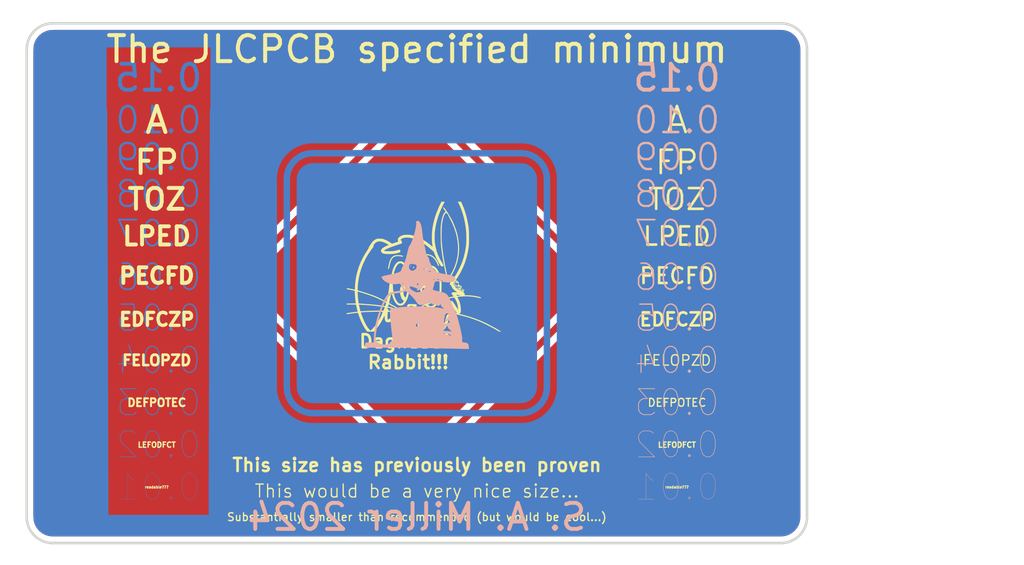
<source format=kicad_pcb>
(kicad_pcb (version 20211014) (generator pcbnew)
  (layers (0 "F.Cu" signal) (31 "B.Cu" signal) (34 "B.Paste" user) (35 "F.Paste" user) (36 "B.SilkS" user "B.Silkscreen") (37 "F.SilkS" user "F.Silkscreen") (38 "B.Mask" user) (39 "F.Mask" user) (44 "Edge.Cuts" user))
  (net 0 "")
  (footprint "tinker:DagNabbit" (layer "F.Cu") (at 100 100)
    (fp_text reference "REF**" hide)
    (fp_text value "DagNabbit" hide)
    (fp_text user "Dagnabbit\nRabbit!!!" (at -0.331667 2.64 unlocked) (layer "F.SilkS") (effects (font (size 0.5 0.5) (thickness 0.1))))
  )
  (footprint "tinker:NerdMage" (layer "B.Cu") (at 100 100 180)
    (fp_text reference "G***" hide)
    (fp_text value "LOGO" hide)
  )
  (gr_line (start 115 109) (end 115 91) (layer "Edge.Cuts") (width 0.1))
  (gr_arc (start 115 109) (mid 114.707107 109.707107) (end 114 110) (layer "Edge.Cuts") (width 0.1))
  (gr_arc (start 114 90) (mid 114.707107 90.292893) (end 115 91) (layer "Edge.Cuts") (width 0.1))
  (gr_line (start 85 91) (end 85 109) (layer "Edge.Cuts") (width 0.1))
  (gr_line (start 114 90) (end 86 90) (layer "Edge.Cuts") (width 0.1))
  (gr_arc (start 86 110) (mid 85.292893 109.707107) (end 85 109) (layer "Edge.Cuts") (width 0.1))
  (gr_line (start 86 110) (end 114 110) (layer "Edge.Cuts") (width 0.1))
  (gr_arc (start 85 91) (mid 85.292893 90.292893) (end 86 90) (layer "Edge.Cuts") (width 0.1))
  (gr_text "0.04" (at 90.0684 102.9716) (layer "B.Cu") (effects (font (size 1 1) (thickness 0.04)) (justify mirror)))
  (gr_text "0.08" (at 90.0684 96.5708) (layer "B.Cu") (effects (font (size 1 1) (thickness 0.08)) (justify mirror)))
  (gr_text "0.03" (at 90.0684 104.5972) (layer "B.Cu") (effects (font (size 1 1) (thickness 0.03)) (justify mirror)))
  (gr_text "0.05" (at 90.0684 101.346) (layer "B.Cu") (effects (font (size 1 1) (thickness 0.05)) (justify mirror)))
  (gr_text "0.07" (at 90.0684 98.0948) (layer "B.Cu") (effects (font (size 1 1) (thickness 0.07)) (justify mirror)))
  (gr_text "0.10" (at 90.0684 93.726) (layer "B.Cu") (effects (font (size 1 1) (thickness 0.1)) (justify mirror)))
  (gr_text "0.06" (at 90.0684 99.7712) (layer "B.Cu") (effects (font (size 1 1) (thickness 0.06)) (justify mirror)))
  (gr_text "0.02" (at 90.0684 106.2228) (layer "B.Cu") (effects (font (size 1 1) (thickness 0.02)) (justify mirror)))
  (gr_text "0.01" (at 90.0684 107.8484) (layer "B.Cu") (effects (font (size 1 1) (thickness 0.01)) (justify mirror)))
  (gr_text "0.09" (at 90.0684 95.1484) (layer "B.Cu") (effects (font (size 1 1) (thickness 0.09)) (justify mirror)))
  (gr_text "0.15" (at 90.0684 92.1004) (layer "B.Cu") (effects (font (size 1 1)) (justify mirror)))
  (gr_text "0.05" (at 110 101.346) (layer "B.SilkS") (effects (font (size 1 1) (thickness 0.05)) (justify mirror)))
  (gr_text "0.06" (at 110 99.7712) (layer "B.SilkS") (effects (font (size 1 1) (thickness 0.06)) (justify mirror)))
  (gr_text "0.07" (at 110 98.0948) (layer "B.SilkS") (effects (font (size 1 1) (thickness 0.07)) (justify mirror)))
  (gr_text "0.02" (at 110 106.2228) (layer "B.SilkS") (effects (font (size 1 1) (thickness 0.02)) (justify mirror)))
  (gr_text "0.03" (at 110 104.5972) (layer "B.SilkS") (effects (font (size 1 1) (thickness 0.03)) (justify mirror)))
  (gr_text "0.04" (at 110 102.9716) (layer "B.SilkS") (effects (font (size 1 1) (thickness 0.04)) (justify mirror)))
  (gr_text "S. A. Miller 2024" (at 100 109) (layer "B.SilkS") (effects (font (size 1 1)) (justify mirror)))
  (gr_text "0.10" (at 110 93.726) (layer "B.SilkS") (effects (font (size 1 1) (thickness 0.1)) (justify mirror)))
  (gr_text "0.01" (at 110 107.8484) (layer "B.SilkS") (effects (font (size 1 1) (thickness 0.01)) (justify mirror)))
  (gr_text "0.08" (at 110 96.5708) (layer "B.SilkS") (effects (font (size 1 1) (thickness 0.08)) (justify mirror)))
  (gr_text "0.09" (at 110 95.1484) (layer "B.SilkS") (effects (font (size 1 1) (thickness 0.09)) (justify mirror)))
  (gr_text "0.15" (at 110 92.1004) (layer "B.SilkS") (effects (font (size 1 1)) (justify mirror)))
  (gr_text "FELOPZD" (at 110 102.9716) (layer "F.SilkS") (effects (font (size 0.4 0.4) (thickness 0.05))))
  (gr_text "EDFCZP" (at 110 101.3968) (layer "F.SilkS") (effects (font (size 0.5 0.5) (thickness 0.1))))
  (gr_text "TOZ" (at 90 96.774) (layer "F.SilkS") (effects (font (size 0.8 0.8))))
  (gr_text "LPED" (at 110 98.1964) (layer "F.SilkS") (effects (font (size 0.7 0.7) (thickness 0.1))))
  (gr_text "The JLCPCB specified minimum" (at 100 91) (layer "F.SilkS") (effects (font (size 1 1) (thickness 0.153))))
  (gr_text "Substantially smaller than recommended (but would be cool...)" (at 100 109) (layer "F.SilkS") (effects (font (size 0.3 0.3) (thickness 0.05))))
  (gr_text "This would be a very nice size..." (at 100 108) (layer "F.SilkS") (effects (font (size 0.5 0.5) (thickness 0.05))))
  (gr_text "TOZ" (at 110 96.774) (layer "F.SilkS") (effects (font (size 0.8 0.8) (thickness 0.1))))
  (gr_text "A" (at 110 93.726) (layer "F.SilkS") (effects (font (size 1 1) (thickness 0.1))))
  (gr_text "DEFPOTEC" (at 90 104.5972) (layer "F.SilkS") (effects (font (size 0.3 0.3) (thickness 0.075))))
  (gr_text "This size has previously been proven" (at 100 107) (layer "F.SilkS") (effects (font (size 0.5 0.5) (thickness 0.1))))
  (gr_text "LEFODFCT" (at 110 106.2228) (layer "F.SilkS") (effects (font (size 0.2 0.2) (thickness 0.05))))
  (gr_text "FELOPZD" (at 90 102.9716) (layer "F.SilkS") (effects (font (size 0.4 0.4) (thickness 0.1))))
  (gr_text "readable???" (at 90 107.8484) (layer "F.SilkS") (effects (font (size 0.1 0.1) (thickness 0.025))))
  (gr_text "LPED" (at 90 98.1964) (layer "F.SilkS") (effects (font (size 0.7 0.7))))
  (gr_text "FP" (at 110 95.3516) (layer "F.SilkS") (effects (font (size 0.9 0.9) (thickness 0.1))))
  (gr_text "A" (at 90 93.726) (layer "F.SilkS") (effects (font (size 1 1) (thickness 0.153))))
  (gr_text "DEFPOTEC" (at 110 104.5972) (layer "F.SilkS") (effects (font (size 0.3 0.3) (thickness 0.05))))
  (gr_text "readable???" (at 110 107.8484) (layer "F.SilkS") (effects (font (size 0.1 0.1) (thickness 0.025))))
  (gr_text "FP" (at 90 95.3516) (layer "F.SilkS") (effects (font (size 0.9 0.9))))
  (gr_text "PECFD" (at 90 99.7204) (layer "F.SilkS") (effects (font (size 0.6 0.6))))
  (gr_text "PECFD" (at 110 99.7204) (layer "F.SilkS") (effects (font (size 0.6 0.6) (thickness 0.1))))
  (gr_text "EDFCZP" (at 90 101.3968) (layer "F.SilkS") (effects (font (size 0.5 0.5) (thickness 0.125))))
  (gr_text "LEFODFCT" (at 90 106.2228) (layer "F.SilkS") (effects (font (size 0.2 0.2) (thickness 0.05))))
  (segment (start 93.636039 99.292893) (end 99.292893 93.636039) (width 0.25) (layer "F.Cu") (net 0))
  (segment (start 99.292893 106.363961) (end 93.636039 100.707107) (width 0.25) (layer "F.Cu") (net 0))
  (segment (start 106.363961 100.707107) (end 100.707107 106.363961) (width 0.25) (layer "F.Cu") (net 0))
  (segment (start 100.707107 93.636039) (end 106.363961 99.292893) (width 0.25) (layer "F.Cu") (net 0))
  (arc (start 100.707107 93.636039) (mid 100 93.343145) (end 99.292893 93.636039) (width 0.25) (layer "F.Cu") (net 0))
  (arc (start 93.636039 99.292893) (mid 93.343145 100) (end 93.636039 100.707107) (width 0.25) (layer "F.Cu") (net 0))
  (arc (start 106.363961 99.292893) (mid 106.656855 100) (end 106.363961 100.707107) (width 0.25) (layer "F.Cu") (net 0))
  (arc (start 100.707107 106.363961) (mid 100 106.656855) (end 99.292893 106.363961) (width 0.25) (layer "F.Cu") (net 0))
  (segment (start 95 104) (end 95 96) (width 0.25) (layer "B.Cu") (net 0))
  (segment (start 96 95) (end 104 95) (width 0.25) (layer "B.Cu") (net 0))
  (segment (start 105 96) (end 105 104) (width 0.25) (layer "B.Cu") (net 0))
  (segment (start 104 105) (end 96 105) (width 0.25) (layer "B.Cu") (net 0))
  (arc (start 96 95) (mid 95.292893 95.292893) (end 95 96) (width 0.25) (layer "B.Cu") (net 0))
  (arc (start 105 104) (mid 104.707107 104.707107) (end 104 105) (width 0.25) (layer "B.Cu") (net 0))
  (arc (start 104 95) (mid 104.707107 95.292893) (end 105 96) (width 0.25) (layer "B.Cu") (net 0))
  (arc (start 95 104) (mid 95.292893 104.707107) (end 96 105) (width 0.25) (layer "B.Cu") (net 0))
  (zone (net 0) (net_name "") (layer "F.Cu") (name "Board Top") (connect_pads (clearance 0.254)) (min_thickness 0.254) (fill yes (thermal_gap 0.254) (thermal_bridge_width 0.508))
    (polygon (pts (xy 122.936 110.3884) (xy 84.3788 110.3884) (xy 84.3788 89.5096) (xy 122.936 89.5096)))
  )
  (zone (net 0) (net_name "") (layer "B.Cu") (name "Board Bottom") (connect_pads (clearance 0.254)) (min_thickness 0.254) (fill yes (thermal_gap 0.254) (thermal_bridge_width 0.508))
    (polygon (pts (xy 123.3424 110.8456) (xy 83.9724 110.8456) (xy 83.9724 89.1032) (xy 123.3424 89.1032)))
  )
)
</source>
